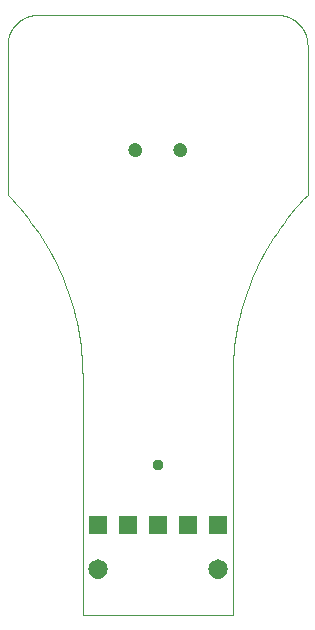
<source format=gts>
G75*
%MOIN*%
%OFA0B0*%
%FSLAX25Y25*%
%IPPOS*%
%LPD*%
%AMOC8*
5,1,8,0,0,1.08239X$1,22.5*
%
%ADD10C,0.00000*%
%ADD11C,0.04737*%
%ADD12R,0.05950X0.05950*%
%ADD13C,0.06509*%
%ADD14C,0.03778*%
D10*
X0026000Y0001000D02*
X0026000Y0080645D01*
X0025976Y0082676D01*
X0025903Y0084706D01*
X0025783Y0086734D01*
X0025614Y0088759D01*
X0025396Y0090778D01*
X0025131Y0092792D01*
X0024818Y0094799D01*
X0024458Y0096799D01*
X0024049Y0098789D01*
X0023594Y0100768D01*
X0023092Y0102736D01*
X0022543Y0104692D01*
X0021947Y0106634D01*
X0021306Y0108562D01*
X0020618Y0110474D01*
X0019886Y0112368D01*
X0019108Y0114245D01*
X0018287Y0116103D01*
X0017421Y0117940D01*
X0016512Y0119757D01*
X0015559Y0121551D01*
X0014565Y0123322D01*
X0013528Y0125070D01*
X0012450Y0126791D01*
X0011332Y0128487D01*
X0010173Y0130156D01*
X0008975Y0131796D01*
X0007739Y0133408D01*
X0006464Y0134990D01*
X0005152Y0136541D01*
X0003804Y0138060D01*
X0002419Y0139547D01*
X0001000Y0141000D01*
X0001000Y0191000D01*
X0001003Y0191242D01*
X0001012Y0191483D01*
X0001026Y0191724D01*
X0001047Y0191965D01*
X0001073Y0192205D01*
X0001105Y0192445D01*
X0001143Y0192684D01*
X0001186Y0192921D01*
X0001236Y0193158D01*
X0001291Y0193393D01*
X0001351Y0193627D01*
X0001418Y0193859D01*
X0001489Y0194090D01*
X0001567Y0194319D01*
X0001650Y0194546D01*
X0001738Y0194771D01*
X0001832Y0194994D01*
X0001931Y0195214D01*
X0002036Y0195432D01*
X0002145Y0195647D01*
X0002260Y0195860D01*
X0002380Y0196070D01*
X0002505Y0196276D01*
X0002635Y0196480D01*
X0002770Y0196681D01*
X0002910Y0196878D01*
X0003054Y0197072D01*
X0003203Y0197262D01*
X0003357Y0197448D01*
X0003515Y0197631D01*
X0003677Y0197810D01*
X0003844Y0197985D01*
X0004015Y0198156D01*
X0004190Y0198323D01*
X0004369Y0198485D01*
X0004552Y0198643D01*
X0004738Y0198797D01*
X0004928Y0198946D01*
X0005122Y0199090D01*
X0005319Y0199230D01*
X0005520Y0199365D01*
X0005724Y0199495D01*
X0005930Y0199620D01*
X0006140Y0199740D01*
X0006353Y0199855D01*
X0006568Y0199964D01*
X0006786Y0200069D01*
X0007006Y0200168D01*
X0007229Y0200262D01*
X0007454Y0200350D01*
X0007681Y0200433D01*
X0007910Y0200511D01*
X0008141Y0200582D01*
X0008373Y0200649D01*
X0008607Y0200709D01*
X0008842Y0200764D01*
X0009079Y0200814D01*
X0009316Y0200857D01*
X0009555Y0200895D01*
X0009795Y0200927D01*
X0010035Y0200953D01*
X0010276Y0200974D01*
X0010517Y0200988D01*
X0010758Y0200997D01*
X0011000Y0201000D01*
X0091000Y0201000D01*
X0091242Y0200997D01*
X0091483Y0200988D01*
X0091724Y0200974D01*
X0091965Y0200953D01*
X0092205Y0200927D01*
X0092445Y0200895D01*
X0092684Y0200857D01*
X0092921Y0200814D01*
X0093158Y0200764D01*
X0093393Y0200709D01*
X0093627Y0200649D01*
X0093859Y0200582D01*
X0094090Y0200511D01*
X0094319Y0200433D01*
X0094546Y0200350D01*
X0094771Y0200262D01*
X0094994Y0200168D01*
X0095214Y0200069D01*
X0095432Y0199964D01*
X0095647Y0199855D01*
X0095860Y0199740D01*
X0096070Y0199620D01*
X0096276Y0199495D01*
X0096480Y0199365D01*
X0096681Y0199230D01*
X0096878Y0199090D01*
X0097072Y0198946D01*
X0097262Y0198797D01*
X0097448Y0198643D01*
X0097631Y0198485D01*
X0097810Y0198323D01*
X0097985Y0198156D01*
X0098156Y0197985D01*
X0098323Y0197810D01*
X0098485Y0197631D01*
X0098643Y0197448D01*
X0098797Y0197262D01*
X0098946Y0197072D01*
X0099090Y0196878D01*
X0099230Y0196681D01*
X0099365Y0196480D01*
X0099495Y0196276D01*
X0099620Y0196070D01*
X0099740Y0195860D01*
X0099855Y0195647D01*
X0099964Y0195432D01*
X0100069Y0195214D01*
X0100168Y0194994D01*
X0100262Y0194771D01*
X0100350Y0194546D01*
X0100433Y0194319D01*
X0100511Y0194090D01*
X0100582Y0193859D01*
X0100649Y0193627D01*
X0100709Y0193393D01*
X0100764Y0193158D01*
X0100814Y0192921D01*
X0100857Y0192684D01*
X0100895Y0192445D01*
X0100927Y0192205D01*
X0100953Y0191965D01*
X0100974Y0191724D01*
X0100988Y0191483D01*
X0100997Y0191242D01*
X0101000Y0191000D01*
X0101000Y0141000D01*
X0076000Y0080645D02*
X0076000Y0001000D01*
X0026000Y0001000D01*
X0028146Y0016197D02*
X0028148Y0016304D01*
X0028154Y0016410D01*
X0028164Y0016517D01*
X0028178Y0016622D01*
X0028196Y0016728D01*
X0028218Y0016832D01*
X0028243Y0016936D01*
X0028273Y0017038D01*
X0028306Y0017140D01*
X0028343Y0017240D01*
X0028384Y0017338D01*
X0028429Y0017435D01*
X0028477Y0017531D01*
X0028528Y0017624D01*
X0028583Y0017715D01*
X0028642Y0017805D01*
X0028704Y0017892D01*
X0028769Y0017976D01*
X0028837Y0018059D01*
X0028908Y0018138D01*
X0028982Y0018215D01*
X0029059Y0018289D01*
X0029138Y0018360D01*
X0029221Y0018428D01*
X0029305Y0018493D01*
X0029392Y0018555D01*
X0029482Y0018614D01*
X0029573Y0018669D01*
X0029666Y0018720D01*
X0029762Y0018768D01*
X0029859Y0018813D01*
X0029957Y0018854D01*
X0030057Y0018891D01*
X0030159Y0018924D01*
X0030261Y0018954D01*
X0030365Y0018979D01*
X0030469Y0019001D01*
X0030575Y0019019D01*
X0030680Y0019033D01*
X0030787Y0019043D01*
X0030893Y0019049D01*
X0031000Y0019051D01*
X0031107Y0019049D01*
X0031213Y0019043D01*
X0031320Y0019033D01*
X0031425Y0019019D01*
X0031531Y0019001D01*
X0031635Y0018979D01*
X0031739Y0018954D01*
X0031841Y0018924D01*
X0031943Y0018891D01*
X0032043Y0018854D01*
X0032141Y0018813D01*
X0032238Y0018768D01*
X0032334Y0018720D01*
X0032427Y0018669D01*
X0032518Y0018614D01*
X0032608Y0018555D01*
X0032695Y0018493D01*
X0032779Y0018428D01*
X0032862Y0018360D01*
X0032941Y0018289D01*
X0033018Y0018215D01*
X0033092Y0018138D01*
X0033163Y0018059D01*
X0033231Y0017976D01*
X0033296Y0017892D01*
X0033358Y0017805D01*
X0033417Y0017715D01*
X0033472Y0017624D01*
X0033523Y0017531D01*
X0033571Y0017435D01*
X0033616Y0017338D01*
X0033657Y0017240D01*
X0033694Y0017140D01*
X0033727Y0017038D01*
X0033757Y0016936D01*
X0033782Y0016832D01*
X0033804Y0016728D01*
X0033822Y0016622D01*
X0033836Y0016517D01*
X0033846Y0016410D01*
X0033852Y0016304D01*
X0033854Y0016197D01*
X0033852Y0016090D01*
X0033846Y0015984D01*
X0033836Y0015877D01*
X0033822Y0015772D01*
X0033804Y0015666D01*
X0033782Y0015562D01*
X0033757Y0015458D01*
X0033727Y0015356D01*
X0033694Y0015254D01*
X0033657Y0015154D01*
X0033616Y0015056D01*
X0033571Y0014959D01*
X0033523Y0014863D01*
X0033472Y0014770D01*
X0033417Y0014679D01*
X0033358Y0014589D01*
X0033296Y0014502D01*
X0033231Y0014418D01*
X0033163Y0014335D01*
X0033092Y0014256D01*
X0033018Y0014179D01*
X0032941Y0014105D01*
X0032862Y0014034D01*
X0032779Y0013966D01*
X0032695Y0013901D01*
X0032608Y0013839D01*
X0032518Y0013780D01*
X0032427Y0013725D01*
X0032334Y0013674D01*
X0032238Y0013626D01*
X0032141Y0013581D01*
X0032043Y0013540D01*
X0031943Y0013503D01*
X0031841Y0013470D01*
X0031739Y0013440D01*
X0031635Y0013415D01*
X0031531Y0013393D01*
X0031425Y0013375D01*
X0031320Y0013361D01*
X0031213Y0013351D01*
X0031107Y0013345D01*
X0031000Y0013343D01*
X0030893Y0013345D01*
X0030787Y0013351D01*
X0030680Y0013361D01*
X0030575Y0013375D01*
X0030469Y0013393D01*
X0030365Y0013415D01*
X0030261Y0013440D01*
X0030159Y0013470D01*
X0030057Y0013503D01*
X0029957Y0013540D01*
X0029859Y0013581D01*
X0029762Y0013626D01*
X0029666Y0013674D01*
X0029573Y0013725D01*
X0029482Y0013780D01*
X0029392Y0013839D01*
X0029305Y0013901D01*
X0029221Y0013966D01*
X0029138Y0014034D01*
X0029059Y0014105D01*
X0028982Y0014179D01*
X0028908Y0014256D01*
X0028837Y0014335D01*
X0028769Y0014418D01*
X0028704Y0014502D01*
X0028642Y0014589D01*
X0028583Y0014679D01*
X0028528Y0014770D01*
X0028477Y0014863D01*
X0028429Y0014959D01*
X0028384Y0015056D01*
X0028343Y0015154D01*
X0028306Y0015254D01*
X0028273Y0015356D01*
X0028243Y0015458D01*
X0028218Y0015562D01*
X0028196Y0015666D01*
X0028178Y0015772D01*
X0028164Y0015877D01*
X0028154Y0015984D01*
X0028148Y0016090D01*
X0028146Y0016197D01*
X0068146Y0016197D02*
X0068148Y0016304D01*
X0068154Y0016410D01*
X0068164Y0016517D01*
X0068178Y0016622D01*
X0068196Y0016728D01*
X0068218Y0016832D01*
X0068243Y0016936D01*
X0068273Y0017038D01*
X0068306Y0017140D01*
X0068343Y0017240D01*
X0068384Y0017338D01*
X0068429Y0017435D01*
X0068477Y0017531D01*
X0068528Y0017624D01*
X0068583Y0017715D01*
X0068642Y0017805D01*
X0068704Y0017892D01*
X0068769Y0017976D01*
X0068837Y0018059D01*
X0068908Y0018138D01*
X0068982Y0018215D01*
X0069059Y0018289D01*
X0069138Y0018360D01*
X0069221Y0018428D01*
X0069305Y0018493D01*
X0069392Y0018555D01*
X0069482Y0018614D01*
X0069573Y0018669D01*
X0069666Y0018720D01*
X0069762Y0018768D01*
X0069859Y0018813D01*
X0069957Y0018854D01*
X0070057Y0018891D01*
X0070159Y0018924D01*
X0070261Y0018954D01*
X0070365Y0018979D01*
X0070469Y0019001D01*
X0070575Y0019019D01*
X0070680Y0019033D01*
X0070787Y0019043D01*
X0070893Y0019049D01*
X0071000Y0019051D01*
X0071107Y0019049D01*
X0071213Y0019043D01*
X0071320Y0019033D01*
X0071425Y0019019D01*
X0071531Y0019001D01*
X0071635Y0018979D01*
X0071739Y0018954D01*
X0071841Y0018924D01*
X0071943Y0018891D01*
X0072043Y0018854D01*
X0072141Y0018813D01*
X0072238Y0018768D01*
X0072334Y0018720D01*
X0072427Y0018669D01*
X0072518Y0018614D01*
X0072608Y0018555D01*
X0072695Y0018493D01*
X0072779Y0018428D01*
X0072862Y0018360D01*
X0072941Y0018289D01*
X0073018Y0018215D01*
X0073092Y0018138D01*
X0073163Y0018059D01*
X0073231Y0017976D01*
X0073296Y0017892D01*
X0073358Y0017805D01*
X0073417Y0017715D01*
X0073472Y0017624D01*
X0073523Y0017531D01*
X0073571Y0017435D01*
X0073616Y0017338D01*
X0073657Y0017240D01*
X0073694Y0017140D01*
X0073727Y0017038D01*
X0073757Y0016936D01*
X0073782Y0016832D01*
X0073804Y0016728D01*
X0073822Y0016622D01*
X0073836Y0016517D01*
X0073846Y0016410D01*
X0073852Y0016304D01*
X0073854Y0016197D01*
X0073852Y0016090D01*
X0073846Y0015984D01*
X0073836Y0015877D01*
X0073822Y0015772D01*
X0073804Y0015666D01*
X0073782Y0015562D01*
X0073757Y0015458D01*
X0073727Y0015356D01*
X0073694Y0015254D01*
X0073657Y0015154D01*
X0073616Y0015056D01*
X0073571Y0014959D01*
X0073523Y0014863D01*
X0073472Y0014770D01*
X0073417Y0014679D01*
X0073358Y0014589D01*
X0073296Y0014502D01*
X0073231Y0014418D01*
X0073163Y0014335D01*
X0073092Y0014256D01*
X0073018Y0014179D01*
X0072941Y0014105D01*
X0072862Y0014034D01*
X0072779Y0013966D01*
X0072695Y0013901D01*
X0072608Y0013839D01*
X0072518Y0013780D01*
X0072427Y0013725D01*
X0072334Y0013674D01*
X0072238Y0013626D01*
X0072141Y0013581D01*
X0072043Y0013540D01*
X0071943Y0013503D01*
X0071841Y0013470D01*
X0071739Y0013440D01*
X0071635Y0013415D01*
X0071531Y0013393D01*
X0071425Y0013375D01*
X0071320Y0013361D01*
X0071213Y0013351D01*
X0071107Y0013345D01*
X0071000Y0013343D01*
X0070893Y0013345D01*
X0070787Y0013351D01*
X0070680Y0013361D01*
X0070575Y0013375D01*
X0070469Y0013393D01*
X0070365Y0013415D01*
X0070261Y0013440D01*
X0070159Y0013470D01*
X0070057Y0013503D01*
X0069957Y0013540D01*
X0069859Y0013581D01*
X0069762Y0013626D01*
X0069666Y0013674D01*
X0069573Y0013725D01*
X0069482Y0013780D01*
X0069392Y0013839D01*
X0069305Y0013901D01*
X0069221Y0013966D01*
X0069138Y0014034D01*
X0069059Y0014105D01*
X0068982Y0014179D01*
X0068908Y0014256D01*
X0068837Y0014335D01*
X0068769Y0014418D01*
X0068704Y0014502D01*
X0068642Y0014589D01*
X0068583Y0014679D01*
X0068528Y0014770D01*
X0068477Y0014863D01*
X0068429Y0014959D01*
X0068384Y0015056D01*
X0068343Y0015154D01*
X0068306Y0015254D01*
X0068273Y0015356D01*
X0068243Y0015458D01*
X0068218Y0015562D01*
X0068196Y0015666D01*
X0068178Y0015772D01*
X0068164Y0015877D01*
X0068154Y0015984D01*
X0068148Y0016090D01*
X0068146Y0016197D01*
X0076000Y0080645D02*
X0076024Y0082676D01*
X0076097Y0084706D01*
X0076217Y0086734D01*
X0076386Y0088759D01*
X0076604Y0090778D01*
X0076869Y0092792D01*
X0077182Y0094799D01*
X0077542Y0096799D01*
X0077951Y0098789D01*
X0078406Y0100768D01*
X0078908Y0102736D01*
X0079457Y0104692D01*
X0080053Y0106634D01*
X0080694Y0108562D01*
X0081382Y0110474D01*
X0082114Y0112368D01*
X0082892Y0114245D01*
X0083713Y0116103D01*
X0084579Y0117940D01*
X0085488Y0119757D01*
X0086441Y0121551D01*
X0087435Y0123322D01*
X0088472Y0125070D01*
X0089550Y0126791D01*
X0090668Y0128487D01*
X0091827Y0130156D01*
X0093025Y0131796D01*
X0094261Y0133408D01*
X0095536Y0134990D01*
X0096848Y0136541D01*
X0098196Y0138060D01*
X0099581Y0139547D01*
X0101000Y0141000D01*
X0056531Y0156000D02*
X0056533Y0156088D01*
X0056539Y0156176D01*
X0056549Y0156264D01*
X0056563Y0156352D01*
X0056580Y0156438D01*
X0056602Y0156524D01*
X0056627Y0156608D01*
X0056657Y0156692D01*
X0056689Y0156774D01*
X0056726Y0156854D01*
X0056766Y0156933D01*
X0056810Y0157010D01*
X0056857Y0157085D01*
X0056907Y0157157D01*
X0056961Y0157228D01*
X0057017Y0157295D01*
X0057077Y0157361D01*
X0057139Y0157423D01*
X0057205Y0157483D01*
X0057272Y0157539D01*
X0057343Y0157593D01*
X0057415Y0157643D01*
X0057490Y0157690D01*
X0057567Y0157734D01*
X0057646Y0157774D01*
X0057726Y0157811D01*
X0057808Y0157843D01*
X0057892Y0157873D01*
X0057976Y0157898D01*
X0058062Y0157920D01*
X0058148Y0157937D01*
X0058236Y0157951D01*
X0058324Y0157961D01*
X0058412Y0157967D01*
X0058500Y0157969D01*
X0058588Y0157967D01*
X0058676Y0157961D01*
X0058764Y0157951D01*
X0058852Y0157937D01*
X0058938Y0157920D01*
X0059024Y0157898D01*
X0059108Y0157873D01*
X0059192Y0157843D01*
X0059274Y0157811D01*
X0059354Y0157774D01*
X0059433Y0157734D01*
X0059510Y0157690D01*
X0059585Y0157643D01*
X0059657Y0157593D01*
X0059728Y0157539D01*
X0059795Y0157483D01*
X0059861Y0157423D01*
X0059923Y0157361D01*
X0059983Y0157295D01*
X0060039Y0157228D01*
X0060093Y0157157D01*
X0060143Y0157085D01*
X0060190Y0157010D01*
X0060234Y0156933D01*
X0060274Y0156854D01*
X0060311Y0156774D01*
X0060343Y0156692D01*
X0060373Y0156608D01*
X0060398Y0156524D01*
X0060420Y0156438D01*
X0060437Y0156352D01*
X0060451Y0156264D01*
X0060461Y0156176D01*
X0060467Y0156088D01*
X0060469Y0156000D01*
X0060467Y0155912D01*
X0060461Y0155824D01*
X0060451Y0155736D01*
X0060437Y0155648D01*
X0060420Y0155562D01*
X0060398Y0155476D01*
X0060373Y0155392D01*
X0060343Y0155308D01*
X0060311Y0155226D01*
X0060274Y0155146D01*
X0060234Y0155067D01*
X0060190Y0154990D01*
X0060143Y0154915D01*
X0060093Y0154843D01*
X0060039Y0154772D01*
X0059983Y0154705D01*
X0059923Y0154639D01*
X0059861Y0154577D01*
X0059795Y0154517D01*
X0059728Y0154461D01*
X0059657Y0154407D01*
X0059585Y0154357D01*
X0059510Y0154310D01*
X0059433Y0154266D01*
X0059354Y0154226D01*
X0059274Y0154189D01*
X0059192Y0154157D01*
X0059108Y0154127D01*
X0059024Y0154102D01*
X0058938Y0154080D01*
X0058852Y0154063D01*
X0058764Y0154049D01*
X0058676Y0154039D01*
X0058588Y0154033D01*
X0058500Y0154031D01*
X0058412Y0154033D01*
X0058324Y0154039D01*
X0058236Y0154049D01*
X0058148Y0154063D01*
X0058062Y0154080D01*
X0057976Y0154102D01*
X0057892Y0154127D01*
X0057808Y0154157D01*
X0057726Y0154189D01*
X0057646Y0154226D01*
X0057567Y0154266D01*
X0057490Y0154310D01*
X0057415Y0154357D01*
X0057343Y0154407D01*
X0057272Y0154461D01*
X0057205Y0154517D01*
X0057139Y0154577D01*
X0057077Y0154639D01*
X0057017Y0154705D01*
X0056961Y0154772D01*
X0056907Y0154843D01*
X0056857Y0154915D01*
X0056810Y0154990D01*
X0056766Y0155067D01*
X0056726Y0155146D01*
X0056689Y0155226D01*
X0056657Y0155308D01*
X0056627Y0155392D01*
X0056602Y0155476D01*
X0056580Y0155562D01*
X0056563Y0155648D01*
X0056549Y0155736D01*
X0056539Y0155824D01*
X0056533Y0155912D01*
X0056531Y0156000D01*
X0041531Y0156000D02*
X0041533Y0156088D01*
X0041539Y0156176D01*
X0041549Y0156264D01*
X0041563Y0156352D01*
X0041580Y0156438D01*
X0041602Y0156524D01*
X0041627Y0156608D01*
X0041657Y0156692D01*
X0041689Y0156774D01*
X0041726Y0156854D01*
X0041766Y0156933D01*
X0041810Y0157010D01*
X0041857Y0157085D01*
X0041907Y0157157D01*
X0041961Y0157228D01*
X0042017Y0157295D01*
X0042077Y0157361D01*
X0042139Y0157423D01*
X0042205Y0157483D01*
X0042272Y0157539D01*
X0042343Y0157593D01*
X0042415Y0157643D01*
X0042490Y0157690D01*
X0042567Y0157734D01*
X0042646Y0157774D01*
X0042726Y0157811D01*
X0042808Y0157843D01*
X0042892Y0157873D01*
X0042976Y0157898D01*
X0043062Y0157920D01*
X0043148Y0157937D01*
X0043236Y0157951D01*
X0043324Y0157961D01*
X0043412Y0157967D01*
X0043500Y0157969D01*
X0043588Y0157967D01*
X0043676Y0157961D01*
X0043764Y0157951D01*
X0043852Y0157937D01*
X0043938Y0157920D01*
X0044024Y0157898D01*
X0044108Y0157873D01*
X0044192Y0157843D01*
X0044274Y0157811D01*
X0044354Y0157774D01*
X0044433Y0157734D01*
X0044510Y0157690D01*
X0044585Y0157643D01*
X0044657Y0157593D01*
X0044728Y0157539D01*
X0044795Y0157483D01*
X0044861Y0157423D01*
X0044923Y0157361D01*
X0044983Y0157295D01*
X0045039Y0157228D01*
X0045093Y0157157D01*
X0045143Y0157085D01*
X0045190Y0157010D01*
X0045234Y0156933D01*
X0045274Y0156854D01*
X0045311Y0156774D01*
X0045343Y0156692D01*
X0045373Y0156608D01*
X0045398Y0156524D01*
X0045420Y0156438D01*
X0045437Y0156352D01*
X0045451Y0156264D01*
X0045461Y0156176D01*
X0045467Y0156088D01*
X0045469Y0156000D01*
X0045467Y0155912D01*
X0045461Y0155824D01*
X0045451Y0155736D01*
X0045437Y0155648D01*
X0045420Y0155562D01*
X0045398Y0155476D01*
X0045373Y0155392D01*
X0045343Y0155308D01*
X0045311Y0155226D01*
X0045274Y0155146D01*
X0045234Y0155067D01*
X0045190Y0154990D01*
X0045143Y0154915D01*
X0045093Y0154843D01*
X0045039Y0154772D01*
X0044983Y0154705D01*
X0044923Y0154639D01*
X0044861Y0154577D01*
X0044795Y0154517D01*
X0044728Y0154461D01*
X0044657Y0154407D01*
X0044585Y0154357D01*
X0044510Y0154310D01*
X0044433Y0154266D01*
X0044354Y0154226D01*
X0044274Y0154189D01*
X0044192Y0154157D01*
X0044108Y0154127D01*
X0044024Y0154102D01*
X0043938Y0154080D01*
X0043852Y0154063D01*
X0043764Y0154049D01*
X0043676Y0154039D01*
X0043588Y0154033D01*
X0043500Y0154031D01*
X0043412Y0154033D01*
X0043324Y0154039D01*
X0043236Y0154049D01*
X0043148Y0154063D01*
X0043062Y0154080D01*
X0042976Y0154102D01*
X0042892Y0154127D01*
X0042808Y0154157D01*
X0042726Y0154189D01*
X0042646Y0154226D01*
X0042567Y0154266D01*
X0042490Y0154310D01*
X0042415Y0154357D01*
X0042343Y0154407D01*
X0042272Y0154461D01*
X0042205Y0154517D01*
X0042139Y0154577D01*
X0042077Y0154639D01*
X0042017Y0154705D01*
X0041961Y0154772D01*
X0041907Y0154843D01*
X0041857Y0154915D01*
X0041810Y0154990D01*
X0041766Y0155067D01*
X0041726Y0155146D01*
X0041689Y0155226D01*
X0041657Y0155308D01*
X0041627Y0155392D01*
X0041602Y0155476D01*
X0041580Y0155562D01*
X0041563Y0155648D01*
X0041549Y0155736D01*
X0041539Y0155824D01*
X0041533Y0155912D01*
X0041531Y0156000D01*
D11*
X0043500Y0156000D03*
X0058500Y0156000D03*
D12*
X0061000Y0031000D03*
X0051000Y0031000D03*
X0041000Y0031000D03*
X0031000Y0031000D03*
X0071000Y0031000D03*
D13*
X0071000Y0016197D03*
X0031000Y0016197D03*
D14*
X0051000Y0051000D03*
M02*

</source>
